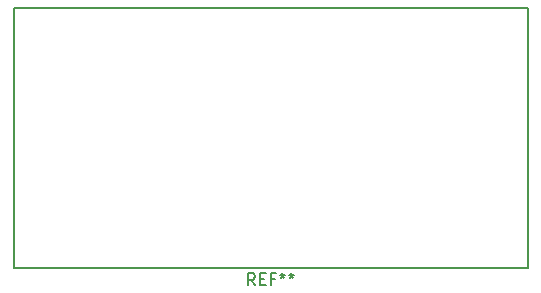
<source format=gbr>
G04 #@! TF.FileFunction,Legend,Top*
%FSLAX46Y46*%
G04 Gerber Fmt 4.6, Leading zero omitted, Abs format (unit mm)*
G04 Created by KiCad (PCBNEW 4.0.2-4+6225~38~ubuntu14.04.1-stable) date Wed 24 Feb 2016 09:42:55 AM PST*
%MOMM*%
G01*
G04 APERTURE LIST*
%ADD10C,0.100000*%
%ADD11C,0.150000*%
G04 APERTURE END LIST*
D10*
D11*
X124300000Y-85520000D02*
X124300000Y-107520000D01*
X124300000Y-107520000D02*
X167800000Y-107520000D01*
X167800000Y-107520000D02*
X167800000Y-85520000D01*
X167800000Y-85520000D02*
X124300000Y-85520000D01*
X144716667Y-108972381D02*
X144383333Y-108496190D01*
X144145238Y-108972381D02*
X144145238Y-107972381D01*
X144526191Y-107972381D01*
X144621429Y-108020000D01*
X144669048Y-108067619D01*
X144716667Y-108162857D01*
X144716667Y-108305714D01*
X144669048Y-108400952D01*
X144621429Y-108448571D01*
X144526191Y-108496190D01*
X144145238Y-108496190D01*
X145145238Y-108448571D02*
X145478572Y-108448571D01*
X145621429Y-108972381D02*
X145145238Y-108972381D01*
X145145238Y-107972381D01*
X145621429Y-107972381D01*
X146383334Y-108448571D02*
X146050000Y-108448571D01*
X146050000Y-108972381D02*
X146050000Y-107972381D01*
X146526191Y-107972381D01*
X147050000Y-107972381D02*
X147050000Y-108210476D01*
X146811905Y-108115238D02*
X147050000Y-108210476D01*
X147288096Y-108115238D01*
X146907143Y-108400952D02*
X147050000Y-108210476D01*
X147192858Y-108400952D01*
X147811905Y-107972381D02*
X147811905Y-108210476D01*
X147573810Y-108115238D02*
X147811905Y-108210476D01*
X148050001Y-108115238D01*
X147669048Y-108400952D02*
X147811905Y-108210476D01*
X147954763Y-108400952D01*
M02*

</source>
